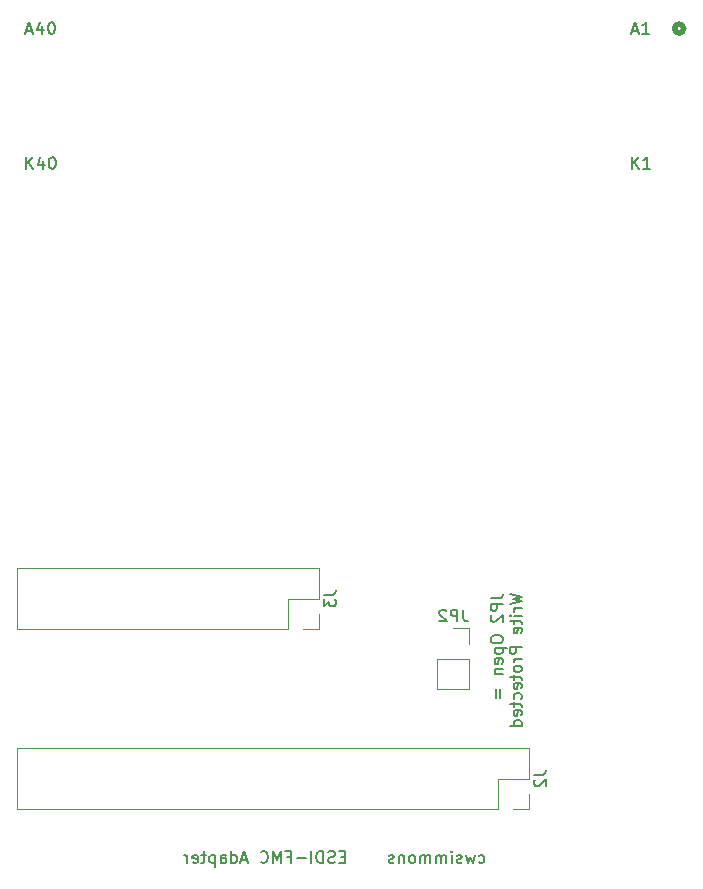
<source format=gbo>
%TF.GenerationSoftware,KiCad,Pcbnew,7.0.8*%
%TF.CreationDate,2024-07-21T17:29:17-05:00*%
%TF.ProjectId,esdi_fmc,65736469-5f66-46d6-932e-6b696361645f,rev?*%
%TF.SameCoordinates,Original*%
%TF.FileFunction,Legend,Bot*%
%TF.FilePolarity,Positive*%
%FSLAX46Y46*%
G04 Gerber Fmt 4.6, Leading zero omitted, Abs format (unit mm)*
G04 Created by KiCad (PCBNEW 7.0.8) date 2024-07-21 17:29:17*
%MOMM*%
%LPD*%
G01*
G04 APERTURE LIST*
%ADD10C,0.150000*%
%ADD11C,0.508000*%
%ADD12C,0.120000*%
G04 APERTURE END LIST*
D10*
X98021619Y-102222493D02*
X98735904Y-102222493D01*
X98735904Y-102222493D02*
X98878761Y-102174874D01*
X98878761Y-102174874D02*
X98974000Y-102079636D01*
X98974000Y-102079636D02*
X99021619Y-101936779D01*
X99021619Y-101936779D02*
X99021619Y-101841541D01*
X99021619Y-102698684D02*
X98021619Y-102698684D01*
X98021619Y-102698684D02*
X98021619Y-103079636D01*
X98021619Y-103079636D02*
X98069238Y-103174874D01*
X98069238Y-103174874D02*
X98116857Y-103222493D01*
X98116857Y-103222493D02*
X98212095Y-103270112D01*
X98212095Y-103270112D02*
X98354952Y-103270112D01*
X98354952Y-103270112D02*
X98450190Y-103222493D01*
X98450190Y-103222493D02*
X98497809Y-103174874D01*
X98497809Y-103174874D02*
X98545428Y-103079636D01*
X98545428Y-103079636D02*
X98545428Y-102698684D01*
X98116857Y-103651065D02*
X98069238Y-103698684D01*
X98069238Y-103698684D02*
X98021619Y-103793922D01*
X98021619Y-103793922D02*
X98021619Y-104032017D01*
X98021619Y-104032017D02*
X98069238Y-104127255D01*
X98069238Y-104127255D02*
X98116857Y-104174874D01*
X98116857Y-104174874D02*
X98212095Y-104222493D01*
X98212095Y-104222493D02*
X98307333Y-104222493D01*
X98307333Y-104222493D02*
X98450190Y-104174874D01*
X98450190Y-104174874D02*
X99021619Y-103603446D01*
X99021619Y-103603446D02*
X99021619Y-104222493D01*
X98021619Y-105603446D02*
X98021619Y-105793922D01*
X98021619Y-105793922D02*
X98069238Y-105889160D01*
X98069238Y-105889160D02*
X98164476Y-105984398D01*
X98164476Y-105984398D02*
X98354952Y-106032017D01*
X98354952Y-106032017D02*
X98688285Y-106032017D01*
X98688285Y-106032017D02*
X98878761Y-105984398D01*
X98878761Y-105984398D02*
X98974000Y-105889160D01*
X98974000Y-105889160D02*
X99021619Y-105793922D01*
X99021619Y-105793922D02*
X99021619Y-105603446D01*
X99021619Y-105603446D02*
X98974000Y-105508208D01*
X98974000Y-105508208D02*
X98878761Y-105412970D01*
X98878761Y-105412970D02*
X98688285Y-105365351D01*
X98688285Y-105365351D02*
X98354952Y-105365351D01*
X98354952Y-105365351D02*
X98164476Y-105412970D01*
X98164476Y-105412970D02*
X98069238Y-105508208D01*
X98069238Y-105508208D02*
X98021619Y-105603446D01*
X98354952Y-106460589D02*
X99354952Y-106460589D01*
X98402571Y-106460589D02*
X98354952Y-106555827D01*
X98354952Y-106555827D02*
X98354952Y-106746303D01*
X98354952Y-106746303D02*
X98402571Y-106841541D01*
X98402571Y-106841541D02*
X98450190Y-106889160D01*
X98450190Y-106889160D02*
X98545428Y-106936779D01*
X98545428Y-106936779D02*
X98831142Y-106936779D01*
X98831142Y-106936779D02*
X98926380Y-106889160D01*
X98926380Y-106889160D02*
X98974000Y-106841541D01*
X98974000Y-106841541D02*
X99021619Y-106746303D01*
X99021619Y-106746303D02*
X99021619Y-106555827D01*
X99021619Y-106555827D02*
X98974000Y-106460589D01*
X98974000Y-107746303D02*
X99021619Y-107651065D01*
X99021619Y-107651065D02*
X99021619Y-107460589D01*
X99021619Y-107460589D02*
X98974000Y-107365351D01*
X98974000Y-107365351D02*
X98878761Y-107317732D01*
X98878761Y-107317732D02*
X98497809Y-107317732D01*
X98497809Y-107317732D02*
X98402571Y-107365351D01*
X98402571Y-107365351D02*
X98354952Y-107460589D01*
X98354952Y-107460589D02*
X98354952Y-107651065D01*
X98354952Y-107651065D02*
X98402571Y-107746303D01*
X98402571Y-107746303D02*
X98497809Y-107793922D01*
X98497809Y-107793922D02*
X98593047Y-107793922D01*
X98593047Y-107793922D02*
X98688285Y-107317732D01*
X98354952Y-108222494D02*
X99021619Y-108222494D01*
X98450190Y-108222494D02*
X98402571Y-108270113D01*
X98402571Y-108270113D02*
X98354952Y-108365351D01*
X98354952Y-108365351D02*
X98354952Y-108508208D01*
X98354952Y-108508208D02*
X98402571Y-108603446D01*
X98402571Y-108603446D02*
X98497809Y-108651065D01*
X98497809Y-108651065D02*
X99021619Y-108651065D01*
X98497809Y-109889161D02*
X98497809Y-110651066D01*
X98783523Y-110651066D02*
X98783523Y-109889161D01*
X99631619Y-101841541D02*
X100631619Y-102079636D01*
X100631619Y-102079636D02*
X99917333Y-102270112D01*
X99917333Y-102270112D02*
X100631619Y-102460588D01*
X100631619Y-102460588D02*
X99631619Y-102698684D01*
X100631619Y-103079636D02*
X99964952Y-103079636D01*
X100155428Y-103079636D02*
X100060190Y-103127255D01*
X100060190Y-103127255D02*
X100012571Y-103174874D01*
X100012571Y-103174874D02*
X99964952Y-103270112D01*
X99964952Y-103270112D02*
X99964952Y-103365350D01*
X100631619Y-103698684D02*
X99964952Y-103698684D01*
X99631619Y-103698684D02*
X99679238Y-103651065D01*
X99679238Y-103651065D02*
X99726857Y-103698684D01*
X99726857Y-103698684D02*
X99679238Y-103746303D01*
X99679238Y-103746303D02*
X99631619Y-103698684D01*
X99631619Y-103698684D02*
X99726857Y-103698684D01*
X99964952Y-104032017D02*
X99964952Y-104412969D01*
X99631619Y-104174874D02*
X100488761Y-104174874D01*
X100488761Y-104174874D02*
X100584000Y-104222493D01*
X100584000Y-104222493D02*
X100631619Y-104317731D01*
X100631619Y-104317731D02*
X100631619Y-104412969D01*
X100584000Y-105127255D02*
X100631619Y-105032017D01*
X100631619Y-105032017D02*
X100631619Y-104841541D01*
X100631619Y-104841541D02*
X100584000Y-104746303D01*
X100584000Y-104746303D02*
X100488761Y-104698684D01*
X100488761Y-104698684D02*
X100107809Y-104698684D01*
X100107809Y-104698684D02*
X100012571Y-104746303D01*
X100012571Y-104746303D02*
X99964952Y-104841541D01*
X99964952Y-104841541D02*
X99964952Y-105032017D01*
X99964952Y-105032017D02*
X100012571Y-105127255D01*
X100012571Y-105127255D02*
X100107809Y-105174874D01*
X100107809Y-105174874D02*
X100203047Y-105174874D01*
X100203047Y-105174874D02*
X100298285Y-104698684D01*
X100631619Y-106365351D02*
X99631619Y-106365351D01*
X99631619Y-106365351D02*
X99631619Y-106746303D01*
X99631619Y-106746303D02*
X99679238Y-106841541D01*
X99679238Y-106841541D02*
X99726857Y-106889160D01*
X99726857Y-106889160D02*
X99822095Y-106936779D01*
X99822095Y-106936779D02*
X99964952Y-106936779D01*
X99964952Y-106936779D02*
X100060190Y-106889160D01*
X100060190Y-106889160D02*
X100107809Y-106841541D01*
X100107809Y-106841541D02*
X100155428Y-106746303D01*
X100155428Y-106746303D02*
X100155428Y-106365351D01*
X100631619Y-107365351D02*
X99964952Y-107365351D01*
X100155428Y-107365351D02*
X100060190Y-107412970D01*
X100060190Y-107412970D02*
X100012571Y-107460589D01*
X100012571Y-107460589D02*
X99964952Y-107555827D01*
X99964952Y-107555827D02*
X99964952Y-107651065D01*
X100631619Y-108127256D02*
X100584000Y-108032018D01*
X100584000Y-108032018D02*
X100536380Y-107984399D01*
X100536380Y-107984399D02*
X100441142Y-107936780D01*
X100441142Y-107936780D02*
X100155428Y-107936780D01*
X100155428Y-107936780D02*
X100060190Y-107984399D01*
X100060190Y-107984399D02*
X100012571Y-108032018D01*
X100012571Y-108032018D02*
X99964952Y-108127256D01*
X99964952Y-108127256D02*
X99964952Y-108270113D01*
X99964952Y-108270113D02*
X100012571Y-108365351D01*
X100012571Y-108365351D02*
X100060190Y-108412970D01*
X100060190Y-108412970D02*
X100155428Y-108460589D01*
X100155428Y-108460589D02*
X100441142Y-108460589D01*
X100441142Y-108460589D02*
X100536380Y-108412970D01*
X100536380Y-108412970D02*
X100584000Y-108365351D01*
X100584000Y-108365351D02*
X100631619Y-108270113D01*
X100631619Y-108270113D02*
X100631619Y-108127256D01*
X99964952Y-108746304D02*
X99964952Y-109127256D01*
X99631619Y-108889161D02*
X100488761Y-108889161D01*
X100488761Y-108889161D02*
X100584000Y-108936780D01*
X100584000Y-108936780D02*
X100631619Y-109032018D01*
X100631619Y-109032018D02*
X100631619Y-109127256D01*
X100584000Y-109841542D02*
X100631619Y-109746304D01*
X100631619Y-109746304D02*
X100631619Y-109555828D01*
X100631619Y-109555828D02*
X100584000Y-109460590D01*
X100584000Y-109460590D02*
X100488761Y-109412971D01*
X100488761Y-109412971D02*
X100107809Y-109412971D01*
X100107809Y-109412971D02*
X100012571Y-109460590D01*
X100012571Y-109460590D02*
X99964952Y-109555828D01*
X99964952Y-109555828D02*
X99964952Y-109746304D01*
X99964952Y-109746304D02*
X100012571Y-109841542D01*
X100012571Y-109841542D02*
X100107809Y-109889161D01*
X100107809Y-109889161D02*
X100203047Y-109889161D01*
X100203047Y-109889161D02*
X100298285Y-109412971D01*
X100584000Y-110746304D02*
X100631619Y-110651066D01*
X100631619Y-110651066D02*
X100631619Y-110460590D01*
X100631619Y-110460590D02*
X100584000Y-110365352D01*
X100584000Y-110365352D02*
X100536380Y-110317733D01*
X100536380Y-110317733D02*
X100441142Y-110270114D01*
X100441142Y-110270114D02*
X100155428Y-110270114D01*
X100155428Y-110270114D02*
X100060190Y-110317733D01*
X100060190Y-110317733D02*
X100012571Y-110365352D01*
X100012571Y-110365352D02*
X99964952Y-110460590D01*
X99964952Y-110460590D02*
X99964952Y-110651066D01*
X99964952Y-110651066D02*
X100012571Y-110746304D01*
X99964952Y-111032019D02*
X99964952Y-111412971D01*
X99631619Y-111174876D02*
X100488761Y-111174876D01*
X100488761Y-111174876D02*
X100584000Y-111222495D01*
X100584000Y-111222495D02*
X100631619Y-111317733D01*
X100631619Y-111317733D02*
X100631619Y-111412971D01*
X100584000Y-112127257D02*
X100631619Y-112032019D01*
X100631619Y-112032019D02*
X100631619Y-111841543D01*
X100631619Y-111841543D02*
X100584000Y-111746305D01*
X100584000Y-111746305D02*
X100488761Y-111698686D01*
X100488761Y-111698686D02*
X100107809Y-111698686D01*
X100107809Y-111698686D02*
X100012571Y-111746305D01*
X100012571Y-111746305D02*
X99964952Y-111841543D01*
X99964952Y-111841543D02*
X99964952Y-112032019D01*
X99964952Y-112032019D02*
X100012571Y-112127257D01*
X100012571Y-112127257D02*
X100107809Y-112174876D01*
X100107809Y-112174876D02*
X100203047Y-112174876D01*
X100203047Y-112174876D02*
X100298285Y-111698686D01*
X100631619Y-113032019D02*
X99631619Y-113032019D01*
X100584000Y-113032019D02*
X100631619Y-112936781D01*
X100631619Y-112936781D02*
X100631619Y-112746305D01*
X100631619Y-112746305D02*
X100584000Y-112651067D01*
X100584000Y-112651067D02*
X100536380Y-112603448D01*
X100536380Y-112603448D02*
X100441142Y-112555829D01*
X100441142Y-112555829D02*
X100155428Y-112555829D01*
X100155428Y-112555829D02*
X100060190Y-112603448D01*
X100060190Y-112603448D02*
X100012571Y-112651067D01*
X100012571Y-112651067D02*
X99964952Y-112746305D01*
X99964952Y-112746305D02*
X99964952Y-112936781D01*
X99964952Y-112936781D02*
X100012571Y-113032019D01*
X96999249Y-124587000D02*
X97094487Y-124634619D01*
X97094487Y-124634619D02*
X97284963Y-124634619D01*
X97284963Y-124634619D02*
X97380201Y-124587000D01*
X97380201Y-124587000D02*
X97427820Y-124539380D01*
X97427820Y-124539380D02*
X97475439Y-124444142D01*
X97475439Y-124444142D02*
X97475439Y-124158428D01*
X97475439Y-124158428D02*
X97427820Y-124063190D01*
X97427820Y-124063190D02*
X97380201Y-124015571D01*
X97380201Y-124015571D02*
X97284963Y-123967952D01*
X97284963Y-123967952D02*
X97094487Y-123967952D01*
X97094487Y-123967952D02*
X96999249Y-124015571D01*
X96665915Y-123967952D02*
X96475439Y-124634619D01*
X96475439Y-124634619D02*
X96284963Y-124158428D01*
X96284963Y-124158428D02*
X96094487Y-124634619D01*
X96094487Y-124634619D02*
X95904011Y-123967952D01*
X95570677Y-124587000D02*
X95475439Y-124634619D01*
X95475439Y-124634619D02*
X95284963Y-124634619D01*
X95284963Y-124634619D02*
X95189725Y-124587000D01*
X95189725Y-124587000D02*
X95142106Y-124491761D01*
X95142106Y-124491761D02*
X95142106Y-124444142D01*
X95142106Y-124444142D02*
X95189725Y-124348904D01*
X95189725Y-124348904D02*
X95284963Y-124301285D01*
X95284963Y-124301285D02*
X95427820Y-124301285D01*
X95427820Y-124301285D02*
X95523058Y-124253666D01*
X95523058Y-124253666D02*
X95570677Y-124158428D01*
X95570677Y-124158428D02*
X95570677Y-124110809D01*
X95570677Y-124110809D02*
X95523058Y-124015571D01*
X95523058Y-124015571D02*
X95427820Y-123967952D01*
X95427820Y-123967952D02*
X95284963Y-123967952D01*
X95284963Y-123967952D02*
X95189725Y-124015571D01*
X94713534Y-124634619D02*
X94713534Y-123967952D01*
X94713534Y-123634619D02*
X94761153Y-123682238D01*
X94761153Y-123682238D02*
X94713534Y-123729857D01*
X94713534Y-123729857D02*
X94665915Y-123682238D01*
X94665915Y-123682238D02*
X94713534Y-123634619D01*
X94713534Y-123634619D02*
X94713534Y-123729857D01*
X94237344Y-124634619D02*
X94237344Y-123967952D01*
X94237344Y-124063190D02*
X94189725Y-124015571D01*
X94189725Y-124015571D02*
X94094487Y-123967952D01*
X94094487Y-123967952D02*
X93951630Y-123967952D01*
X93951630Y-123967952D02*
X93856392Y-124015571D01*
X93856392Y-124015571D02*
X93808773Y-124110809D01*
X93808773Y-124110809D02*
X93808773Y-124634619D01*
X93808773Y-124110809D02*
X93761154Y-124015571D01*
X93761154Y-124015571D02*
X93665916Y-123967952D01*
X93665916Y-123967952D02*
X93523059Y-123967952D01*
X93523059Y-123967952D02*
X93427820Y-124015571D01*
X93427820Y-124015571D02*
X93380201Y-124110809D01*
X93380201Y-124110809D02*
X93380201Y-124634619D01*
X92904011Y-124634619D02*
X92904011Y-123967952D01*
X92904011Y-124063190D02*
X92856392Y-124015571D01*
X92856392Y-124015571D02*
X92761154Y-123967952D01*
X92761154Y-123967952D02*
X92618297Y-123967952D01*
X92618297Y-123967952D02*
X92523059Y-124015571D01*
X92523059Y-124015571D02*
X92475440Y-124110809D01*
X92475440Y-124110809D02*
X92475440Y-124634619D01*
X92475440Y-124110809D02*
X92427821Y-124015571D01*
X92427821Y-124015571D02*
X92332583Y-123967952D01*
X92332583Y-123967952D02*
X92189726Y-123967952D01*
X92189726Y-123967952D02*
X92094487Y-124015571D01*
X92094487Y-124015571D02*
X92046868Y-124110809D01*
X92046868Y-124110809D02*
X92046868Y-124634619D01*
X91427821Y-124634619D02*
X91523059Y-124587000D01*
X91523059Y-124587000D02*
X91570678Y-124539380D01*
X91570678Y-124539380D02*
X91618297Y-124444142D01*
X91618297Y-124444142D02*
X91618297Y-124158428D01*
X91618297Y-124158428D02*
X91570678Y-124063190D01*
X91570678Y-124063190D02*
X91523059Y-124015571D01*
X91523059Y-124015571D02*
X91427821Y-123967952D01*
X91427821Y-123967952D02*
X91284964Y-123967952D01*
X91284964Y-123967952D02*
X91189726Y-124015571D01*
X91189726Y-124015571D02*
X91142107Y-124063190D01*
X91142107Y-124063190D02*
X91094488Y-124158428D01*
X91094488Y-124158428D02*
X91094488Y-124444142D01*
X91094488Y-124444142D02*
X91142107Y-124539380D01*
X91142107Y-124539380D02*
X91189726Y-124587000D01*
X91189726Y-124587000D02*
X91284964Y-124634619D01*
X91284964Y-124634619D02*
X91427821Y-124634619D01*
X90665916Y-123967952D02*
X90665916Y-124634619D01*
X90665916Y-124063190D02*
X90618297Y-124015571D01*
X90618297Y-124015571D02*
X90523059Y-123967952D01*
X90523059Y-123967952D02*
X90380202Y-123967952D01*
X90380202Y-123967952D02*
X90284964Y-124015571D01*
X90284964Y-124015571D02*
X90237345Y-124110809D01*
X90237345Y-124110809D02*
X90237345Y-124634619D01*
X89808773Y-124587000D02*
X89713535Y-124634619D01*
X89713535Y-124634619D02*
X89523059Y-124634619D01*
X89523059Y-124634619D02*
X89427821Y-124587000D01*
X89427821Y-124587000D02*
X89380202Y-124491761D01*
X89380202Y-124491761D02*
X89380202Y-124444142D01*
X89380202Y-124444142D02*
X89427821Y-124348904D01*
X89427821Y-124348904D02*
X89523059Y-124301285D01*
X89523059Y-124301285D02*
X89665916Y-124301285D01*
X89665916Y-124301285D02*
X89761154Y-124253666D01*
X89761154Y-124253666D02*
X89808773Y-124158428D01*
X89808773Y-124158428D02*
X89808773Y-124110809D01*
X89808773Y-124110809D02*
X89761154Y-124015571D01*
X89761154Y-124015571D02*
X89665916Y-123967952D01*
X89665916Y-123967952D02*
X89523059Y-123967952D01*
X89523059Y-123967952D02*
X89427821Y-124015571D01*
X85665916Y-124110809D02*
X85332583Y-124110809D01*
X85189726Y-124634619D02*
X85665916Y-124634619D01*
X85665916Y-124634619D02*
X85665916Y-123634619D01*
X85665916Y-123634619D02*
X85189726Y-123634619D01*
X84808773Y-124587000D02*
X84665916Y-124634619D01*
X84665916Y-124634619D02*
X84427821Y-124634619D01*
X84427821Y-124634619D02*
X84332583Y-124587000D01*
X84332583Y-124587000D02*
X84284964Y-124539380D01*
X84284964Y-124539380D02*
X84237345Y-124444142D01*
X84237345Y-124444142D02*
X84237345Y-124348904D01*
X84237345Y-124348904D02*
X84284964Y-124253666D01*
X84284964Y-124253666D02*
X84332583Y-124206047D01*
X84332583Y-124206047D02*
X84427821Y-124158428D01*
X84427821Y-124158428D02*
X84618297Y-124110809D01*
X84618297Y-124110809D02*
X84713535Y-124063190D01*
X84713535Y-124063190D02*
X84761154Y-124015571D01*
X84761154Y-124015571D02*
X84808773Y-123920333D01*
X84808773Y-123920333D02*
X84808773Y-123825095D01*
X84808773Y-123825095D02*
X84761154Y-123729857D01*
X84761154Y-123729857D02*
X84713535Y-123682238D01*
X84713535Y-123682238D02*
X84618297Y-123634619D01*
X84618297Y-123634619D02*
X84380202Y-123634619D01*
X84380202Y-123634619D02*
X84237345Y-123682238D01*
X83808773Y-124634619D02*
X83808773Y-123634619D01*
X83808773Y-123634619D02*
X83570678Y-123634619D01*
X83570678Y-123634619D02*
X83427821Y-123682238D01*
X83427821Y-123682238D02*
X83332583Y-123777476D01*
X83332583Y-123777476D02*
X83284964Y-123872714D01*
X83284964Y-123872714D02*
X83237345Y-124063190D01*
X83237345Y-124063190D02*
X83237345Y-124206047D01*
X83237345Y-124206047D02*
X83284964Y-124396523D01*
X83284964Y-124396523D02*
X83332583Y-124491761D01*
X83332583Y-124491761D02*
X83427821Y-124587000D01*
X83427821Y-124587000D02*
X83570678Y-124634619D01*
X83570678Y-124634619D02*
X83808773Y-124634619D01*
X82808773Y-124634619D02*
X82808773Y-123634619D01*
X82332583Y-124253666D02*
X81570679Y-124253666D01*
X80761155Y-124110809D02*
X81094488Y-124110809D01*
X81094488Y-124634619D02*
X81094488Y-123634619D01*
X81094488Y-123634619D02*
X80618298Y-123634619D01*
X80237345Y-124634619D02*
X80237345Y-123634619D01*
X80237345Y-123634619D02*
X79904012Y-124348904D01*
X79904012Y-124348904D02*
X79570679Y-123634619D01*
X79570679Y-123634619D02*
X79570679Y-124634619D01*
X78523060Y-124539380D02*
X78570679Y-124587000D01*
X78570679Y-124587000D02*
X78713536Y-124634619D01*
X78713536Y-124634619D02*
X78808774Y-124634619D01*
X78808774Y-124634619D02*
X78951631Y-124587000D01*
X78951631Y-124587000D02*
X79046869Y-124491761D01*
X79046869Y-124491761D02*
X79094488Y-124396523D01*
X79094488Y-124396523D02*
X79142107Y-124206047D01*
X79142107Y-124206047D02*
X79142107Y-124063190D01*
X79142107Y-124063190D02*
X79094488Y-123872714D01*
X79094488Y-123872714D02*
X79046869Y-123777476D01*
X79046869Y-123777476D02*
X78951631Y-123682238D01*
X78951631Y-123682238D02*
X78808774Y-123634619D01*
X78808774Y-123634619D02*
X78713536Y-123634619D01*
X78713536Y-123634619D02*
X78570679Y-123682238D01*
X78570679Y-123682238D02*
X78523060Y-123729857D01*
X77380202Y-124348904D02*
X76904012Y-124348904D01*
X77475440Y-124634619D02*
X77142107Y-123634619D01*
X77142107Y-123634619D02*
X76808774Y-124634619D01*
X76046869Y-124634619D02*
X76046869Y-123634619D01*
X76046869Y-124587000D02*
X76142107Y-124634619D01*
X76142107Y-124634619D02*
X76332583Y-124634619D01*
X76332583Y-124634619D02*
X76427821Y-124587000D01*
X76427821Y-124587000D02*
X76475440Y-124539380D01*
X76475440Y-124539380D02*
X76523059Y-124444142D01*
X76523059Y-124444142D02*
X76523059Y-124158428D01*
X76523059Y-124158428D02*
X76475440Y-124063190D01*
X76475440Y-124063190D02*
X76427821Y-124015571D01*
X76427821Y-124015571D02*
X76332583Y-123967952D01*
X76332583Y-123967952D02*
X76142107Y-123967952D01*
X76142107Y-123967952D02*
X76046869Y-124015571D01*
X75142107Y-124634619D02*
X75142107Y-124110809D01*
X75142107Y-124110809D02*
X75189726Y-124015571D01*
X75189726Y-124015571D02*
X75284964Y-123967952D01*
X75284964Y-123967952D02*
X75475440Y-123967952D01*
X75475440Y-123967952D02*
X75570678Y-124015571D01*
X75142107Y-124587000D02*
X75237345Y-124634619D01*
X75237345Y-124634619D02*
X75475440Y-124634619D01*
X75475440Y-124634619D02*
X75570678Y-124587000D01*
X75570678Y-124587000D02*
X75618297Y-124491761D01*
X75618297Y-124491761D02*
X75618297Y-124396523D01*
X75618297Y-124396523D02*
X75570678Y-124301285D01*
X75570678Y-124301285D02*
X75475440Y-124253666D01*
X75475440Y-124253666D02*
X75237345Y-124253666D01*
X75237345Y-124253666D02*
X75142107Y-124206047D01*
X74665916Y-123967952D02*
X74665916Y-124967952D01*
X74665916Y-124015571D02*
X74570678Y-123967952D01*
X74570678Y-123967952D02*
X74380202Y-123967952D01*
X74380202Y-123967952D02*
X74284964Y-124015571D01*
X74284964Y-124015571D02*
X74237345Y-124063190D01*
X74237345Y-124063190D02*
X74189726Y-124158428D01*
X74189726Y-124158428D02*
X74189726Y-124444142D01*
X74189726Y-124444142D02*
X74237345Y-124539380D01*
X74237345Y-124539380D02*
X74284964Y-124587000D01*
X74284964Y-124587000D02*
X74380202Y-124634619D01*
X74380202Y-124634619D02*
X74570678Y-124634619D01*
X74570678Y-124634619D02*
X74665916Y-124587000D01*
X73904011Y-123967952D02*
X73523059Y-123967952D01*
X73761154Y-123634619D02*
X73761154Y-124491761D01*
X73761154Y-124491761D02*
X73713535Y-124587000D01*
X73713535Y-124587000D02*
X73618297Y-124634619D01*
X73618297Y-124634619D02*
X73523059Y-124634619D01*
X72808773Y-124587000D02*
X72904011Y-124634619D01*
X72904011Y-124634619D02*
X73094487Y-124634619D01*
X73094487Y-124634619D02*
X73189725Y-124587000D01*
X73189725Y-124587000D02*
X73237344Y-124491761D01*
X73237344Y-124491761D02*
X73237344Y-124110809D01*
X73237344Y-124110809D02*
X73189725Y-124015571D01*
X73189725Y-124015571D02*
X73094487Y-123967952D01*
X73094487Y-123967952D02*
X72904011Y-123967952D01*
X72904011Y-123967952D02*
X72808773Y-124015571D01*
X72808773Y-124015571D02*
X72761154Y-124110809D01*
X72761154Y-124110809D02*
X72761154Y-124206047D01*
X72761154Y-124206047D02*
X73237344Y-124301285D01*
X72332582Y-124634619D02*
X72332582Y-123967952D01*
X72332582Y-124158428D02*
X72284963Y-124063190D01*
X72284963Y-124063190D02*
X72237344Y-124015571D01*
X72237344Y-124015571D02*
X72142106Y-123967952D01*
X72142106Y-123967952D02*
X72046868Y-123967952D01*
X109971205Y-65869819D02*
X109971205Y-64869819D01*
X110542633Y-65869819D02*
X110114062Y-65298390D01*
X110542633Y-64869819D02*
X109971205Y-65441247D01*
X111495014Y-65869819D02*
X110923586Y-65869819D01*
X111209300Y-65869819D02*
X111209300Y-64869819D01*
X111209300Y-64869819D02*
X111114062Y-65012676D01*
X111114062Y-65012676D02*
X111018824Y-65107914D01*
X111018824Y-65107914D02*
X110923586Y-65155533D01*
X58718824Y-54154104D02*
X59195014Y-54154104D01*
X58623586Y-54439819D02*
X58956919Y-53439819D01*
X58956919Y-53439819D02*
X59290252Y-54439819D01*
X60052157Y-53773152D02*
X60052157Y-54439819D01*
X59814062Y-53392200D02*
X59575967Y-54106485D01*
X59575967Y-54106485D02*
X60195014Y-54106485D01*
X60766443Y-53439819D02*
X60861681Y-53439819D01*
X60861681Y-53439819D02*
X60956919Y-53487438D01*
X60956919Y-53487438D02*
X61004538Y-53535057D01*
X61004538Y-53535057D02*
X61052157Y-53630295D01*
X61052157Y-53630295D02*
X61099776Y-53820771D01*
X61099776Y-53820771D02*
X61099776Y-54058866D01*
X61099776Y-54058866D02*
X61052157Y-54249342D01*
X61052157Y-54249342D02*
X61004538Y-54344580D01*
X61004538Y-54344580D02*
X60956919Y-54392200D01*
X60956919Y-54392200D02*
X60861681Y-54439819D01*
X60861681Y-54439819D02*
X60766443Y-54439819D01*
X60766443Y-54439819D02*
X60671205Y-54392200D01*
X60671205Y-54392200D02*
X60623586Y-54344580D01*
X60623586Y-54344580D02*
X60575967Y-54249342D01*
X60575967Y-54249342D02*
X60528348Y-54058866D01*
X60528348Y-54058866D02*
X60528348Y-53820771D01*
X60528348Y-53820771D02*
X60575967Y-53630295D01*
X60575967Y-53630295D02*
X60623586Y-53535057D01*
X60623586Y-53535057D02*
X60671205Y-53487438D01*
X60671205Y-53487438D02*
X60766443Y-53439819D01*
X58695014Y-65869819D02*
X58695014Y-64869819D01*
X59266442Y-65869819D02*
X58837871Y-65298390D01*
X59266442Y-64869819D02*
X58695014Y-65441247D01*
X60123585Y-65203152D02*
X60123585Y-65869819D01*
X59885490Y-64822200D02*
X59647395Y-65536485D01*
X59647395Y-65536485D02*
X60266442Y-65536485D01*
X60837871Y-64869819D02*
X60933109Y-64869819D01*
X60933109Y-64869819D02*
X61028347Y-64917438D01*
X61028347Y-64917438D02*
X61075966Y-64965057D01*
X61075966Y-64965057D02*
X61123585Y-65060295D01*
X61123585Y-65060295D02*
X61171204Y-65250771D01*
X61171204Y-65250771D02*
X61171204Y-65488866D01*
X61171204Y-65488866D02*
X61123585Y-65679342D01*
X61123585Y-65679342D02*
X61075966Y-65774580D01*
X61075966Y-65774580D02*
X61028347Y-65822200D01*
X61028347Y-65822200D02*
X60933109Y-65869819D01*
X60933109Y-65869819D02*
X60837871Y-65869819D01*
X60837871Y-65869819D02*
X60742633Y-65822200D01*
X60742633Y-65822200D02*
X60695014Y-65774580D01*
X60695014Y-65774580D02*
X60647395Y-65679342D01*
X60647395Y-65679342D02*
X60599776Y-65488866D01*
X60599776Y-65488866D02*
X60599776Y-65250771D01*
X60599776Y-65250771D02*
X60647395Y-65060295D01*
X60647395Y-65060295D02*
X60695014Y-64965057D01*
X60695014Y-64965057D02*
X60742633Y-64917438D01*
X60742633Y-64917438D02*
X60837871Y-64869819D01*
X109995014Y-54154104D02*
X110471204Y-54154104D01*
X109899776Y-54439819D02*
X110233109Y-53439819D01*
X110233109Y-53439819D02*
X110566442Y-54439819D01*
X111423585Y-54439819D02*
X110852157Y-54439819D01*
X111137871Y-54439819D02*
X111137871Y-53439819D01*
X111137871Y-53439819D02*
X111042633Y-53582676D01*
X111042633Y-53582676D02*
X110947395Y-53677914D01*
X110947395Y-53677914D02*
X110852157Y-53725533D01*
X83919119Y-101911666D02*
X84633404Y-101911666D01*
X84633404Y-101911666D02*
X84776261Y-101864047D01*
X84776261Y-101864047D02*
X84871500Y-101768809D01*
X84871500Y-101768809D02*
X84919119Y-101625952D01*
X84919119Y-101625952D02*
X84919119Y-101530714D01*
X83919119Y-102292619D02*
X83919119Y-102911666D01*
X83919119Y-102911666D02*
X84300071Y-102578333D01*
X84300071Y-102578333D02*
X84300071Y-102721190D01*
X84300071Y-102721190D02*
X84347690Y-102816428D01*
X84347690Y-102816428D02*
X84395309Y-102864047D01*
X84395309Y-102864047D02*
X84490547Y-102911666D01*
X84490547Y-102911666D02*
X84728642Y-102911666D01*
X84728642Y-102911666D02*
X84823880Y-102864047D01*
X84823880Y-102864047D02*
X84871500Y-102816428D01*
X84871500Y-102816428D02*
X84919119Y-102721190D01*
X84919119Y-102721190D02*
X84919119Y-102435476D01*
X84919119Y-102435476D02*
X84871500Y-102340238D01*
X84871500Y-102340238D02*
X84823880Y-102292619D01*
X101699119Y-117151666D02*
X102413404Y-117151666D01*
X102413404Y-117151666D02*
X102556261Y-117104047D01*
X102556261Y-117104047D02*
X102651500Y-117008809D01*
X102651500Y-117008809D02*
X102699119Y-116865952D01*
X102699119Y-116865952D02*
X102699119Y-116770714D01*
X101794357Y-117580238D02*
X101746738Y-117627857D01*
X101746738Y-117627857D02*
X101699119Y-117723095D01*
X101699119Y-117723095D02*
X101699119Y-117961190D01*
X101699119Y-117961190D02*
X101746738Y-118056428D01*
X101746738Y-118056428D02*
X101794357Y-118104047D01*
X101794357Y-118104047D02*
X101889595Y-118151666D01*
X101889595Y-118151666D02*
X101984833Y-118151666D01*
X101984833Y-118151666D02*
X102127690Y-118104047D01*
X102127690Y-118104047D02*
X102699119Y-117532619D01*
X102699119Y-117532619D02*
X102699119Y-118151666D01*
X95667633Y-103179819D02*
X95667633Y-103894104D01*
X95667633Y-103894104D02*
X95715252Y-104036961D01*
X95715252Y-104036961D02*
X95810490Y-104132200D01*
X95810490Y-104132200D02*
X95953347Y-104179819D01*
X95953347Y-104179819D02*
X96048585Y-104179819D01*
X95191442Y-104179819D02*
X95191442Y-103179819D01*
X95191442Y-103179819D02*
X94810490Y-103179819D01*
X94810490Y-103179819D02*
X94715252Y-103227438D01*
X94715252Y-103227438D02*
X94667633Y-103275057D01*
X94667633Y-103275057D02*
X94620014Y-103370295D01*
X94620014Y-103370295D02*
X94620014Y-103513152D01*
X94620014Y-103513152D02*
X94667633Y-103608390D01*
X94667633Y-103608390D02*
X94715252Y-103656009D01*
X94715252Y-103656009D02*
X94810490Y-103703628D01*
X94810490Y-103703628D02*
X95191442Y-103703628D01*
X94239061Y-103275057D02*
X94191442Y-103227438D01*
X94191442Y-103227438D02*
X94096204Y-103179819D01*
X94096204Y-103179819D02*
X93858109Y-103179819D01*
X93858109Y-103179819D02*
X93762871Y-103227438D01*
X93762871Y-103227438D02*
X93715252Y-103275057D01*
X93715252Y-103275057D02*
X93667633Y-103370295D01*
X93667633Y-103370295D02*
X93667633Y-103465533D01*
X93667633Y-103465533D02*
X93715252Y-103608390D01*
X93715252Y-103608390D02*
X94286680Y-104179819D01*
X94286680Y-104179819D02*
X93667633Y-104179819D01*
D11*
%TO.C,J1*%
X114341500Y-53985000D02*
G75*
G03*
X114341500Y-53985000I-381000J0D01*
G01*
D12*
%TO.C,J3*%
X57944300Y-104845000D02*
X57944300Y-99645000D01*
X80864300Y-104845000D02*
X57944300Y-104845000D01*
X80864300Y-104845000D02*
X80864300Y-102245000D01*
X82134300Y-104845000D02*
X83464300Y-104845000D01*
X83464300Y-104845000D02*
X83464300Y-103515000D01*
X80864300Y-102245000D02*
X83464300Y-102245000D01*
X83464300Y-102245000D02*
X83464300Y-99645000D01*
X83464300Y-99645000D02*
X57944300Y-99645000D01*
%TO.C,J2*%
X57944300Y-120085000D02*
X57944300Y-114885000D01*
X98644300Y-120085000D02*
X57944300Y-120085000D01*
X98644300Y-120085000D02*
X98644300Y-117485000D01*
X99914300Y-120085000D02*
X101244300Y-120085000D01*
X101244300Y-120085000D02*
X101244300Y-118755000D01*
X98644300Y-117485000D02*
X101244300Y-117485000D01*
X101244300Y-117485000D02*
X101244300Y-114885000D01*
X101244300Y-114885000D02*
X57944300Y-114885000D01*
%TO.C,JP2*%
X96164300Y-109925000D02*
X93504300Y-109925000D01*
X96164300Y-107325000D02*
X96164300Y-109925000D01*
X96164300Y-107325000D02*
X93504300Y-107325000D01*
X96164300Y-106055000D02*
X96164300Y-104725000D01*
X96164300Y-104725000D02*
X94834300Y-104725000D01*
X93504300Y-107325000D02*
X93504300Y-109925000D01*
%TD*%
M02*

</source>
